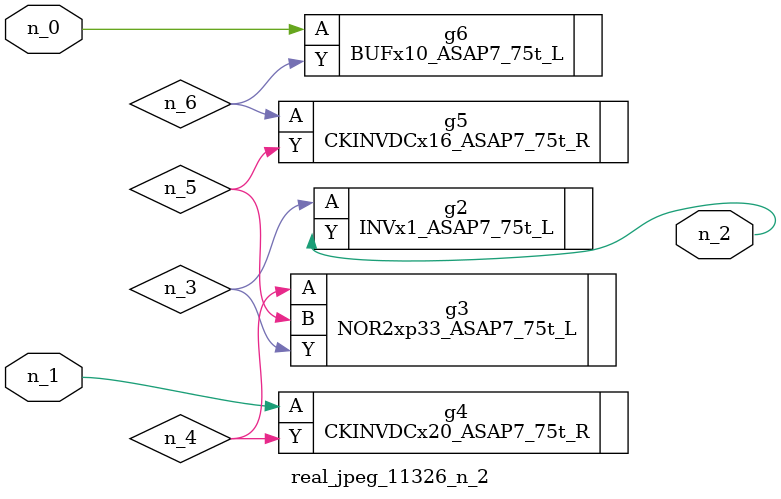
<source format=v>
module real_jpeg_11326_n_2 (n_1, n_0, n_2);

input n_1;
input n_0;

output n_2;

wire n_5;
wire n_4;
wire n_6;
wire n_3;

BUFx10_ASAP7_75t_L g6 ( 
.A(n_0),
.Y(n_6)
);

CKINVDCx20_ASAP7_75t_R g4 ( 
.A(n_1),
.Y(n_4)
);

INVx1_ASAP7_75t_L g2 ( 
.A(n_3),
.Y(n_2)
);

NOR2xp33_ASAP7_75t_L g3 ( 
.A(n_4),
.B(n_5),
.Y(n_3)
);

CKINVDCx16_ASAP7_75t_R g5 ( 
.A(n_6),
.Y(n_5)
);


endmodule
</source>
